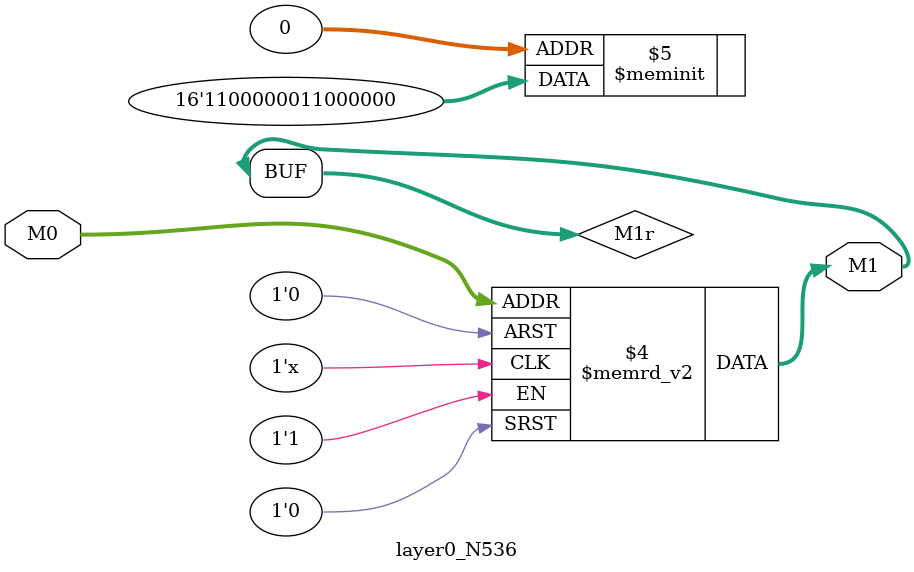
<source format=v>
module layer0_N536 ( input [2:0] M0, output [1:0] M1 );

	(*rom_style = "distributed" *) reg [1:0] M1r;
	assign M1 = M1r;
	always @ (M0) begin
		case (M0)
			3'b000: M1r = 2'b00;
			3'b100: M1r = 2'b00;
			3'b010: M1r = 2'b00;
			3'b110: M1r = 2'b00;
			3'b001: M1r = 2'b00;
			3'b101: M1r = 2'b00;
			3'b011: M1r = 2'b11;
			3'b111: M1r = 2'b11;

		endcase
	end
endmodule

</source>
